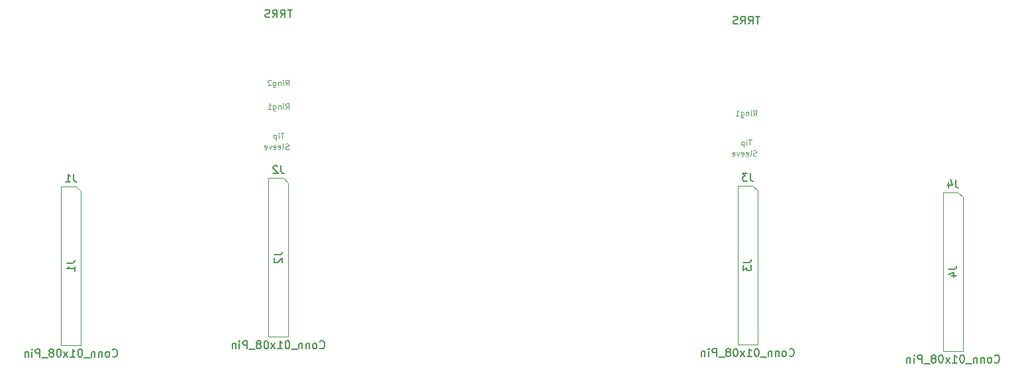
<source format=gbr>
G04 #@! TF.GenerationSoftware,KiCad,Pcbnew,8.0.7-8.0.7-0~ubuntu24.04.1*
G04 #@! TF.CreationDate,2025-01-01T20:03:56-05:00*
G04 #@! TF.ProjectId,promicro_rp2040_pcbholder_wiredver,70726f6d-6963-4726-9f5f-727032303430,rev?*
G04 #@! TF.SameCoordinates,Original*
G04 #@! TF.FileFunction,AssemblyDrawing,Bot*
%FSLAX46Y46*%
G04 Gerber Fmt 4.6, Leading zero omitted, Abs format (unit mm)*
G04 Created by KiCad (PCBNEW 8.0.7-8.0.7-0~ubuntu24.04.1) date 2025-01-01 20:03:56*
%MOMM*%
%LPD*%
G01*
G04 APERTURE LIST*
%ADD10C,0.150000*%
%ADD11C,0.100000*%
G04 APERTURE END LIST*
D10*
X200185834Y-89431069D02*
X200185834Y-90145354D01*
X200185834Y-90145354D02*
X200233453Y-90288211D01*
X200233453Y-90288211D02*
X200328691Y-90383450D01*
X200328691Y-90383450D02*
X200471548Y-90431069D01*
X200471548Y-90431069D02*
X200566786Y-90431069D01*
X199281072Y-89764402D02*
X199281072Y-90431069D01*
X199519167Y-89383450D02*
X199757262Y-90097735D01*
X199757262Y-90097735D02*
X199138215Y-90097735D01*
X205162025Y-112775830D02*
X205209644Y-112823450D01*
X205209644Y-112823450D02*
X205352501Y-112871069D01*
X205352501Y-112871069D02*
X205447739Y-112871069D01*
X205447739Y-112871069D02*
X205590596Y-112823450D01*
X205590596Y-112823450D02*
X205685834Y-112728211D01*
X205685834Y-112728211D02*
X205733453Y-112632973D01*
X205733453Y-112632973D02*
X205781072Y-112442497D01*
X205781072Y-112442497D02*
X205781072Y-112299640D01*
X205781072Y-112299640D02*
X205733453Y-112109164D01*
X205733453Y-112109164D02*
X205685834Y-112013926D01*
X205685834Y-112013926D02*
X205590596Y-111918688D01*
X205590596Y-111918688D02*
X205447739Y-111871069D01*
X205447739Y-111871069D02*
X205352501Y-111871069D01*
X205352501Y-111871069D02*
X205209644Y-111918688D01*
X205209644Y-111918688D02*
X205162025Y-111966307D01*
X204590596Y-112871069D02*
X204685834Y-112823450D01*
X204685834Y-112823450D02*
X204733453Y-112775830D01*
X204733453Y-112775830D02*
X204781072Y-112680592D01*
X204781072Y-112680592D02*
X204781072Y-112394878D01*
X204781072Y-112394878D02*
X204733453Y-112299640D01*
X204733453Y-112299640D02*
X204685834Y-112252021D01*
X204685834Y-112252021D02*
X204590596Y-112204402D01*
X204590596Y-112204402D02*
X204447739Y-112204402D01*
X204447739Y-112204402D02*
X204352501Y-112252021D01*
X204352501Y-112252021D02*
X204304882Y-112299640D01*
X204304882Y-112299640D02*
X204257263Y-112394878D01*
X204257263Y-112394878D02*
X204257263Y-112680592D01*
X204257263Y-112680592D02*
X204304882Y-112775830D01*
X204304882Y-112775830D02*
X204352501Y-112823450D01*
X204352501Y-112823450D02*
X204447739Y-112871069D01*
X204447739Y-112871069D02*
X204590596Y-112871069D01*
X203828691Y-112204402D02*
X203828691Y-112871069D01*
X203828691Y-112299640D02*
X203781072Y-112252021D01*
X203781072Y-112252021D02*
X203685834Y-112204402D01*
X203685834Y-112204402D02*
X203542977Y-112204402D01*
X203542977Y-112204402D02*
X203447739Y-112252021D01*
X203447739Y-112252021D02*
X203400120Y-112347259D01*
X203400120Y-112347259D02*
X203400120Y-112871069D01*
X202923929Y-112204402D02*
X202923929Y-112871069D01*
X202923929Y-112299640D02*
X202876310Y-112252021D01*
X202876310Y-112252021D02*
X202781072Y-112204402D01*
X202781072Y-112204402D02*
X202638215Y-112204402D01*
X202638215Y-112204402D02*
X202542977Y-112252021D01*
X202542977Y-112252021D02*
X202495358Y-112347259D01*
X202495358Y-112347259D02*
X202495358Y-112871069D01*
X202257263Y-112966307D02*
X201495358Y-112966307D01*
X201066786Y-111871069D02*
X200971548Y-111871069D01*
X200971548Y-111871069D02*
X200876310Y-111918688D01*
X200876310Y-111918688D02*
X200828691Y-111966307D01*
X200828691Y-111966307D02*
X200781072Y-112061545D01*
X200781072Y-112061545D02*
X200733453Y-112252021D01*
X200733453Y-112252021D02*
X200733453Y-112490116D01*
X200733453Y-112490116D02*
X200781072Y-112680592D01*
X200781072Y-112680592D02*
X200828691Y-112775830D01*
X200828691Y-112775830D02*
X200876310Y-112823450D01*
X200876310Y-112823450D02*
X200971548Y-112871069D01*
X200971548Y-112871069D02*
X201066786Y-112871069D01*
X201066786Y-112871069D02*
X201162024Y-112823450D01*
X201162024Y-112823450D02*
X201209643Y-112775830D01*
X201209643Y-112775830D02*
X201257262Y-112680592D01*
X201257262Y-112680592D02*
X201304881Y-112490116D01*
X201304881Y-112490116D02*
X201304881Y-112252021D01*
X201304881Y-112252021D02*
X201257262Y-112061545D01*
X201257262Y-112061545D02*
X201209643Y-111966307D01*
X201209643Y-111966307D02*
X201162024Y-111918688D01*
X201162024Y-111918688D02*
X201066786Y-111871069D01*
X199781072Y-112871069D02*
X200352500Y-112871069D01*
X200066786Y-112871069D02*
X200066786Y-111871069D01*
X200066786Y-111871069D02*
X200162024Y-112013926D01*
X200162024Y-112013926D02*
X200257262Y-112109164D01*
X200257262Y-112109164D02*
X200352500Y-112156783D01*
X199447738Y-112871069D02*
X198923929Y-112204402D01*
X199447738Y-112204402D02*
X198923929Y-112871069D01*
X198352500Y-111871069D02*
X198257262Y-111871069D01*
X198257262Y-111871069D02*
X198162024Y-111918688D01*
X198162024Y-111918688D02*
X198114405Y-111966307D01*
X198114405Y-111966307D02*
X198066786Y-112061545D01*
X198066786Y-112061545D02*
X198019167Y-112252021D01*
X198019167Y-112252021D02*
X198019167Y-112490116D01*
X198019167Y-112490116D02*
X198066786Y-112680592D01*
X198066786Y-112680592D02*
X198114405Y-112775830D01*
X198114405Y-112775830D02*
X198162024Y-112823450D01*
X198162024Y-112823450D02*
X198257262Y-112871069D01*
X198257262Y-112871069D02*
X198352500Y-112871069D01*
X198352500Y-112871069D02*
X198447738Y-112823450D01*
X198447738Y-112823450D02*
X198495357Y-112775830D01*
X198495357Y-112775830D02*
X198542976Y-112680592D01*
X198542976Y-112680592D02*
X198590595Y-112490116D01*
X198590595Y-112490116D02*
X198590595Y-112252021D01*
X198590595Y-112252021D02*
X198542976Y-112061545D01*
X198542976Y-112061545D02*
X198495357Y-111966307D01*
X198495357Y-111966307D02*
X198447738Y-111918688D01*
X198447738Y-111918688D02*
X198352500Y-111871069D01*
X197447738Y-112299640D02*
X197542976Y-112252021D01*
X197542976Y-112252021D02*
X197590595Y-112204402D01*
X197590595Y-112204402D02*
X197638214Y-112109164D01*
X197638214Y-112109164D02*
X197638214Y-112061545D01*
X197638214Y-112061545D02*
X197590595Y-111966307D01*
X197590595Y-111966307D02*
X197542976Y-111918688D01*
X197542976Y-111918688D02*
X197447738Y-111871069D01*
X197447738Y-111871069D02*
X197257262Y-111871069D01*
X197257262Y-111871069D02*
X197162024Y-111918688D01*
X197162024Y-111918688D02*
X197114405Y-111966307D01*
X197114405Y-111966307D02*
X197066786Y-112061545D01*
X197066786Y-112061545D02*
X197066786Y-112109164D01*
X197066786Y-112109164D02*
X197114405Y-112204402D01*
X197114405Y-112204402D02*
X197162024Y-112252021D01*
X197162024Y-112252021D02*
X197257262Y-112299640D01*
X197257262Y-112299640D02*
X197447738Y-112299640D01*
X197447738Y-112299640D02*
X197542976Y-112347259D01*
X197542976Y-112347259D02*
X197590595Y-112394878D01*
X197590595Y-112394878D02*
X197638214Y-112490116D01*
X197638214Y-112490116D02*
X197638214Y-112680592D01*
X197638214Y-112680592D02*
X197590595Y-112775830D01*
X197590595Y-112775830D02*
X197542976Y-112823450D01*
X197542976Y-112823450D02*
X197447738Y-112871069D01*
X197447738Y-112871069D02*
X197257262Y-112871069D01*
X197257262Y-112871069D02*
X197162024Y-112823450D01*
X197162024Y-112823450D02*
X197114405Y-112775830D01*
X197114405Y-112775830D02*
X197066786Y-112680592D01*
X197066786Y-112680592D02*
X197066786Y-112490116D01*
X197066786Y-112490116D02*
X197114405Y-112394878D01*
X197114405Y-112394878D02*
X197162024Y-112347259D01*
X197162024Y-112347259D02*
X197257262Y-112299640D01*
X196876310Y-112966307D02*
X196114405Y-112966307D01*
X195876309Y-112871069D02*
X195876309Y-111871069D01*
X195876309Y-111871069D02*
X195495357Y-111871069D01*
X195495357Y-111871069D02*
X195400119Y-111918688D01*
X195400119Y-111918688D02*
X195352500Y-111966307D01*
X195352500Y-111966307D02*
X195304881Y-112061545D01*
X195304881Y-112061545D02*
X195304881Y-112204402D01*
X195304881Y-112204402D02*
X195352500Y-112299640D01*
X195352500Y-112299640D02*
X195400119Y-112347259D01*
X195400119Y-112347259D02*
X195495357Y-112394878D01*
X195495357Y-112394878D02*
X195876309Y-112394878D01*
X194876309Y-112871069D02*
X194876309Y-112204402D01*
X194876309Y-111871069D02*
X194923928Y-111918688D01*
X194923928Y-111918688D02*
X194876309Y-111966307D01*
X194876309Y-111966307D02*
X194828690Y-111918688D01*
X194828690Y-111918688D02*
X194876309Y-111871069D01*
X194876309Y-111871069D02*
X194876309Y-111966307D01*
X194400119Y-112204402D02*
X194400119Y-112871069D01*
X194400119Y-112299640D02*
X194352500Y-112252021D01*
X194352500Y-112252021D02*
X194257262Y-112204402D01*
X194257262Y-112204402D02*
X194114405Y-112204402D01*
X194114405Y-112204402D02*
X194019167Y-112252021D01*
X194019167Y-112252021D02*
X193971548Y-112347259D01*
X193971548Y-112347259D02*
X193971548Y-112871069D01*
X199307320Y-100862916D02*
X200021605Y-100862916D01*
X200021605Y-100862916D02*
X200164462Y-100815297D01*
X200164462Y-100815297D02*
X200259701Y-100720059D01*
X200259701Y-100720059D02*
X200307320Y-100577202D01*
X200307320Y-100577202D02*
X200307320Y-100481964D01*
X199640653Y-101767678D02*
X200307320Y-101767678D01*
X199259701Y-101529583D02*
X199973986Y-101291488D01*
X199973986Y-101291488D02*
X199973986Y-101910535D01*
X173935834Y-88601069D02*
X173935834Y-89315354D01*
X173935834Y-89315354D02*
X173983453Y-89458211D01*
X173983453Y-89458211D02*
X174078691Y-89553450D01*
X174078691Y-89553450D02*
X174221548Y-89601069D01*
X174221548Y-89601069D02*
X174316786Y-89601069D01*
X173554881Y-88601069D02*
X172935834Y-88601069D01*
X172935834Y-88601069D02*
X173269167Y-88982021D01*
X173269167Y-88982021D02*
X173126310Y-88982021D01*
X173126310Y-88982021D02*
X173031072Y-89029640D01*
X173031072Y-89029640D02*
X172983453Y-89077259D01*
X172983453Y-89077259D02*
X172935834Y-89172497D01*
X172935834Y-89172497D02*
X172935834Y-89410592D01*
X172935834Y-89410592D02*
X172983453Y-89505830D01*
X172983453Y-89505830D02*
X173031072Y-89553450D01*
X173031072Y-89553450D02*
X173126310Y-89601069D01*
X173126310Y-89601069D02*
X173412024Y-89601069D01*
X173412024Y-89601069D02*
X173507262Y-89553450D01*
X173507262Y-89553450D02*
X173554881Y-89505830D01*
X178912025Y-111945830D02*
X178959644Y-111993450D01*
X178959644Y-111993450D02*
X179102501Y-112041069D01*
X179102501Y-112041069D02*
X179197739Y-112041069D01*
X179197739Y-112041069D02*
X179340596Y-111993450D01*
X179340596Y-111993450D02*
X179435834Y-111898211D01*
X179435834Y-111898211D02*
X179483453Y-111802973D01*
X179483453Y-111802973D02*
X179531072Y-111612497D01*
X179531072Y-111612497D02*
X179531072Y-111469640D01*
X179531072Y-111469640D02*
X179483453Y-111279164D01*
X179483453Y-111279164D02*
X179435834Y-111183926D01*
X179435834Y-111183926D02*
X179340596Y-111088688D01*
X179340596Y-111088688D02*
X179197739Y-111041069D01*
X179197739Y-111041069D02*
X179102501Y-111041069D01*
X179102501Y-111041069D02*
X178959644Y-111088688D01*
X178959644Y-111088688D02*
X178912025Y-111136307D01*
X178340596Y-112041069D02*
X178435834Y-111993450D01*
X178435834Y-111993450D02*
X178483453Y-111945830D01*
X178483453Y-111945830D02*
X178531072Y-111850592D01*
X178531072Y-111850592D02*
X178531072Y-111564878D01*
X178531072Y-111564878D02*
X178483453Y-111469640D01*
X178483453Y-111469640D02*
X178435834Y-111422021D01*
X178435834Y-111422021D02*
X178340596Y-111374402D01*
X178340596Y-111374402D02*
X178197739Y-111374402D01*
X178197739Y-111374402D02*
X178102501Y-111422021D01*
X178102501Y-111422021D02*
X178054882Y-111469640D01*
X178054882Y-111469640D02*
X178007263Y-111564878D01*
X178007263Y-111564878D02*
X178007263Y-111850592D01*
X178007263Y-111850592D02*
X178054882Y-111945830D01*
X178054882Y-111945830D02*
X178102501Y-111993450D01*
X178102501Y-111993450D02*
X178197739Y-112041069D01*
X178197739Y-112041069D02*
X178340596Y-112041069D01*
X177578691Y-111374402D02*
X177578691Y-112041069D01*
X177578691Y-111469640D02*
X177531072Y-111422021D01*
X177531072Y-111422021D02*
X177435834Y-111374402D01*
X177435834Y-111374402D02*
X177292977Y-111374402D01*
X177292977Y-111374402D02*
X177197739Y-111422021D01*
X177197739Y-111422021D02*
X177150120Y-111517259D01*
X177150120Y-111517259D02*
X177150120Y-112041069D01*
X176673929Y-111374402D02*
X176673929Y-112041069D01*
X176673929Y-111469640D02*
X176626310Y-111422021D01*
X176626310Y-111422021D02*
X176531072Y-111374402D01*
X176531072Y-111374402D02*
X176388215Y-111374402D01*
X176388215Y-111374402D02*
X176292977Y-111422021D01*
X176292977Y-111422021D02*
X176245358Y-111517259D01*
X176245358Y-111517259D02*
X176245358Y-112041069D01*
X176007263Y-112136307D02*
X175245358Y-112136307D01*
X174816786Y-111041069D02*
X174721548Y-111041069D01*
X174721548Y-111041069D02*
X174626310Y-111088688D01*
X174626310Y-111088688D02*
X174578691Y-111136307D01*
X174578691Y-111136307D02*
X174531072Y-111231545D01*
X174531072Y-111231545D02*
X174483453Y-111422021D01*
X174483453Y-111422021D02*
X174483453Y-111660116D01*
X174483453Y-111660116D02*
X174531072Y-111850592D01*
X174531072Y-111850592D02*
X174578691Y-111945830D01*
X174578691Y-111945830D02*
X174626310Y-111993450D01*
X174626310Y-111993450D02*
X174721548Y-112041069D01*
X174721548Y-112041069D02*
X174816786Y-112041069D01*
X174816786Y-112041069D02*
X174912024Y-111993450D01*
X174912024Y-111993450D02*
X174959643Y-111945830D01*
X174959643Y-111945830D02*
X175007262Y-111850592D01*
X175007262Y-111850592D02*
X175054881Y-111660116D01*
X175054881Y-111660116D02*
X175054881Y-111422021D01*
X175054881Y-111422021D02*
X175007262Y-111231545D01*
X175007262Y-111231545D02*
X174959643Y-111136307D01*
X174959643Y-111136307D02*
X174912024Y-111088688D01*
X174912024Y-111088688D02*
X174816786Y-111041069D01*
X173531072Y-112041069D02*
X174102500Y-112041069D01*
X173816786Y-112041069D02*
X173816786Y-111041069D01*
X173816786Y-111041069D02*
X173912024Y-111183926D01*
X173912024Y-111183926D02*
X174007262Y-111279164D01*
X174007262Y-111279164D02*
X174102500Y-111326783D01*
X173197738Y-112041069D02*
X172673929Y-111374402D01*
X173197738Y-111374402D02*
X172673929Y-112041069D01*
X172102500Y-111041069D02*
X172007262Y-111041069D01*
X172007262Y-111041069D02*
X171912024Y-111088688D01*
X171912024Y-111088688D02*
X171864405Y-111136307D01*
X171864405Y-111136307D02*
X171816786Y-111231545D01*
X171816786Y-111231545D02*
X171769167Y-111422021D01*
X171769167Y-111422021D02*
X171769167Y-111660116D01*
X171769167Y-111660116D02*
X171816786Y-111850592D01*
X171816786Y-111850592D02*
X171864405Y-111945830D01*
X171864405Y-111945830D02*
X171912024Y-111993450D01*
X171912024Y-111993450D02*
X172007262Y-112041069D01*
X172007262Y-112041069D02*
X172102500Y-112041069D01*
X172102500Y-112041069D02*
X172197738Y-111993450D01*
X172197738Y-111993450D02*
X172245357Y-111945830D01*
X172245357Y-111945830D02*
X172292976Y-111850592D01*
X172292976Y-111850592D02*
X172340595Y-111660116D01*
X172340595Y-111660116D02*
X172340595Y-111422021D01*
X172340595Y-111422021D02*
X172292976Y-111231545D01*
X172292976Y-111231545D02*
X172245357Y-111136307D01*
X172245357Y-111136307D02*
X172197738Y-111088688D01*
X172197738Y-111088688D02*
X172102500Y-111041069D01*
X171197738Y-111469640D02*
X171292976Y-111422021D01*
X171292976Y-111422021D02*
X171340595Y-111374402D01*
X171340595Y-111374402D02*
X171388214Y-111279164D01*
X171388214Y-111279164D02*
X171388214Y-111231545D01*
X171388214Y-111231545D02*
X171340595Y-111136307D01*
X171340595Y-111136307D02*
X171292976Y-111088688D01*
X171292976Y-111088688D02*
X171197738Y-111041069D01*
X171197738Y-111041069D02*
X171007262Y-111041069D01*
X171007262Y-111041069D02*
X170912024Y-111088688D01*
X170912024Y-111088688D02*
X170864405Y-111136307D01*
X170864405Y-111136307D02*
X170816786Y-111231545D01*
X170816786Y-111231545D02*
X170816786Y-111279164D01*
X170816786Y-111279164D02*
X170864405Y-111374402D01*
X170864405Y-111374402D02*
X170912024Y-111422021D01*
X170912024Y-111422021D02*
X171007262Y-111469640D01*
X171007262Y-111469640D02*
X171197738Y-111469640D01*
X171197738Y-111469640D02*
X171292976Y-111517259D01*
X171292976Y-111517259D02*
X171340595Y-111564878D01*
X171340595Y-111564878D02*
X171388214Y-111660116D01*
X171388214Y-111660116D02*
X171388214Y-111850592D01*
X171388214Y-111850592D02*
X171340595Y-111945830D01*
X171340595Y-111945830D02*
X171292976Y-111993450D01*
X171292976Y-111993450D02*
X171197738Y-112041069D01*
X171197738Y-112041069D02*
X171007262Y-112041069D01*
X171007262Y-112041069D02*
X170912024Y-111993450D01*
X170912024Y-111993450D02*
X170864405Y-111945830D01*
X170864405Y-111945830D02*
X170816786Y-111850592D01*
X170816786Y-111850592D02*
X170816786Y-111660116D01*
X170816786Y-111660116D02*
X170864405Y-111564878D01*
X170864405Y-111564878D02*
X170912024Y-111517259D01*
X170912024Y-111517259D02*
X171007262Y-111469640D01*
X170626310Y-112136307D02*
X169864405Y-112136307D01*
X169626309Y-112041069D02*
X169626309Y-111041069D01*
X169626309Y-111041069D02*
X169245357Y-111041069D01*
X169245357Y-111041069D02*
X169150119Y-111088688D01*
X169150119Y-111088688D02*
X169102500Y-111136307D01*
X169102500Y-111136307D02*
X169054881Y-111231545D01*
X169054881Y-111231545D02*
X169054881Y-111374402D01*
X169054881Y-111374402D02*
X169102500Y-111469640D01*
X169102500Y-111469640D02*
X169150119Y-111517259D01*
X169150119Y-111517259D02*
X169245357Y-111564878D01*
X169245357Y-111564878D02*
X169626309Y-111564878D01*
X168626309Y-112041069D02*
X168626309Y-111374402D01*
X168626309Y-111041069D02*
X168673928Y-111088688D01*
X168673928Y-111088688D02*
X168626309Y-111136307D01*
X168626309Y-111136307D02*
X168578690Y-111088688D01*
X168578690Y-111088688D02*
X168626309Y-111041069D01*
X168626309Y-111041069D02*
X168626309Y-111136307D01*
X168150119Y-111374402D02*
X168150119Y-112041069D01*
X168150119Y-111469640D02*
X168102500Y-111422021D01*
X168102500Y-111422021D02*
X168007262Y-111374402D01*
X168007262Y-111374402D02*
X167864405Y-111374402D01*
X167864405Y-111374402D02*
X167769167Y-111422021D01*
X167769167Y-111422021D02*
X167721548Y-111517259D01*
X167721548Y-111517259D02*
X167721548Y-112041069D01*
X173057320Y-100032916D02*
X173771605Y-100032916D01*
X173771605Y-100032916D02*
X173914462Y-99985297D01*
X173914462Y-99985297D02*
X174009701Y-99890059D01*
X174009701Y-99890059D02*
X174057320Y-99747202D01*
X174057320Y-99747202D02*
X174057320Y-99651964D01*
X173057320Y-100413869D02*
X173057320Y-101032916D01*
X173057320Y-101032916D02*
X173438272Y-100699583D01*
X173438272Y-100699583D02*
X173438272Y-100842440D01*
X173438272Y-100842440D02*
X173485891Y-100937678D01*
X173485891Y-100937678D02*
X173533510Y-100985297D01*
X173533510Y-100985297D02*
X173628748Y-101032916D01*
X173628748Y-101032916D02*
X173866843Y-101032916D01*
X173866843Y-101032916D02*
X173962081Y-100985297D01*
X173962081Y-100985297D02*
X174009701Y-100937678D01*
X174009701Y-100937678D02*
X174057320Y-100842440D01*
X174057320Y-100842440D02*
X174057320Y-100556726D01*
X174057320Y-100556726D02*
X174009701Y-100461488D01*
X174009701Y-100461488D02*
X173962081Y-100413869D01*
X113935834Y-87624819D02*
X113935834Y-88339104D01*
X113935834Y-88339104D02*
X113983453Y-88481961D01*
X113983453Y-88481961D02*
X114078691Y-88577200D01*
X114078691Y-88577200D02*
X114221548Y-88624819D01*
X114221548Y-88624819D02*
X114316786Y-88624819D01*
X113507262Y-87720057D02*
X113459643Y-87672438D01*
X113459643Y-87672438D02*
X113364405Y-87624819D01*
X113364405Y-87624819D02*
X113126310Y-87624819D01*
X113126310Y-87624819D02*
X113031072Y-87672438D01*
X113031072Y-87672438D02*
X112983453Y-87720057D01*
X112983453Y-87720057D02*
X112935834Y-87815295D01*
X112935834Y-87815295D02*
X112935834Y-87910533D01*
X112935834Y-87910533D02*
X112983453Y-88053390D01*
X112983453Y-88053390D02*
X113554881Y-88624819D01*
X113554881Y-88624819D02*
X112935834Y-88624819D01*
X118912025Y-110969580D02*
X118959644Y-111017200D01*
X118959644Y-111017200D02*
X119102501Y-111064819D01*
X119102501Y-111064819D02*
X119197739Y-111064819D01*
X119197739Y-111064819D02*
X119340596Y-111017200D01*
X119340596Y-111017200D02*
X119435834Y-110921961D01*
X119435834Y-110921961D02*
X119483453Y-110826723D01*
X119483453Y-110826723D02*
X119531072Y-110636247D01*
X119531072Y-110636247D02*
X119531072Y-110493390D01*
X119531072Y-110493390D02*
X119483453Y-110302914D01*
X119483453Y-110302914D02*
X119435834Y-110207676D01*
X119435834Y-110207676D02*
X119340596Y-110112438D01*
X119340596Y-110112438D02*
X119197739Y-110064819D01*
X119197739Y-110064819D02*
X119102501Y-110064819D01*
X119102501Y-110064819D02*
X118959644Y-110112438D01*
X118959644Y-110112438D02*
X118912025Y-110160057D01*
X118340596Y-111064819D02*
X118435834Y-111017200D01*
X118435834Y-111017200D02*
X118483453Y-110969580D01*
X118483453Y-110969580D02*
X118531072Y-110874342D01*
X118531072Y-110874342D02*
X118531072Y-110588628D01*
X118531072Y-110588628D02*
X118483453Y-110493390D01*
X118483453Y-110493390D02*
X118435834Y-110445771D01*
X118435834Y-110445771D02*
X118340596Y-110398152D01*
X118340596Y-110398152D02*
X118197739Y-110398152D01*
X118197739Y-110398152D02*
X118102501Y-110445771D01*
X118102501Y-110445771D02*
X118054882Y-110493390D01*
X118054882Y-110493390D02*
X118007263Y-110588628D01*
X118007263Y-110588628D02*
X118007263Y-110874342D01*
X118007263Y-110874342D02*
X118054882Y-110969580D01*
X118054882Y-110969580D02*
X118102501Y-111017200D01*
X118102501Y-111017200D02*
X118197739Y-111064819D01*
X118197739Y-111064819D02*
X118340596Y-111064819D01*
X117578691Y-110398152D02*
X117578691Y-111064819D01*
X117578691Y-110493390D02*
X117531072Y-110445771D01*
X117531072Y-110445771D02*
X117435834Y-110398152D01*
X117435834Y-110398152D02*
X117292977Y-110398152D01*
X117292977Y-110398152D02*
X117197739Y-110445771D01*
X117197739Y-110445771D02*
X117150120Y-110541009D01*
X117150120Y-110541009D02*
X117150120Y-111064819D01*
X116673929Y-110398152D02*
X116673929Y-111064819D01*
X116673929Y-110493390D02*
X116626310Y-110445771D01*
X116626310Y-110445771D02*
X116531072Y-110398152D01*
X116531072Y-110398152D02*
X116388215Y-110398152D01*
X116388215Y-110398152D02*
X116292977Y-110445771D01*
X116292977Y-110445771D02*
X116245358Y-110541009D01*
X116245358Y-110541009D02*
X116245358Y-111064819D01*
X116007263Y-111160057D02*
X115245358Y-111160057D01*
X114816786Y-110064819D02*
X114721548Y-110064819D01*
X114721548Y-110064819D02*
X114626310Y-110112438D01*
X114626310Y-110112438D02*
X114578691Y-110160057D01*
X114578691Y-110160057D02*
X114531072Y-110255295D01*
X114531072Y-110255295D02*
X114483453Y-110445771D01*
X114483453Y-110445771D02*
X114483453Y-110683866D01*
X114483453Y-110683866D02*
X114531072Y-110874342D01*
X114531072Y-110874342D02*
X114578691Y-110969580D01*
X114578691Y-110969580D02*
X114626310Y-111017200D01*
X114626310Y-111017200D02*
X114721548Y-111064819D01*
X114721548Y-111064819D02*
X114816786Y-111064819D01*
X114816786Y-111064819D02*
X114912024Y-111017200D01*
X114912024Y-111017200D02*
X114959643Y-110969580D01*
X114959643Y-110969580D02*
X115007262Y-110874342D01*
X115007262Y-110874342D02*
X115054881Y-110683866D01*
X115054881Y-110683866D02*
X115054881Y-110445771D01*
X115054881Y-110445771D02*
X115007262Y-110255295D01*
X115007262Y-110255295D02*
X114959643Y-110160057D01*
X114959643Y-110160057D02*
X114912024Y-110112438D01*
X114912024Y-110112438D02*
X114816786Y-110064819D01*
X113531072Y-111064819D02*
X114102500Y-111064819D01*
X113816786Y-111064819D02*
X113816786Y-110064819D01*
X113816786Y-110064819D02*
X113912024Y-110207676D01*
X113912024Y-110207676D02*
X114007262Y-110302914D01*
X114007262Y-110302914D02*
X114102500Y-110350533D01*
X113197738Y-111064819D02*
X112673929Y-110398152D01*
X113197738Y-110398152D02*
X112673929Y-111064819D01*
X112102500Y-110064819D02*
X112007262Y-110064819D01*
X112007262Y-110064819D02*
X111912024Y-110112438D01*
X111912024Y-110112438D02*
X111864405Y-110160057D01*
X111864405Y-110160057D02*
X111816786Y-110255295D01*
X111816786Y-110255295D02*
X111769167Y-110445771D01*
X111769167Y-110445771D02*
X111769167Y-110683866D01*
X111769167Y-110683866D02*
X111816786Y-110874342D01*
X111816786Y-110874342D02*
X111864405Y-110969580D01*
X111864405Y-110969580D02*
X111912024Y-111017200D01*
X111912024Y-111017200D02*
X112007262Y-111064819D01*
X112007262Y-111064819D02*
X112102500Y-111064819D01*
X112102500Y-111064819D02*
X112197738Y-111017200D01*
X112197738Y-111017200D02*
X112245357Y-110969580D01*
X112245357Y-110969580D02*
X112292976Y-110874342D01*
X112292976Y-110874342D02*
X112340595Y-110683866D01*
X112340595Y-110683866D02*
X112340595Y-110445771D01*
X112340595Y-110445771D02*
X112292976Y-110255295D01*
X112292976Y-110255295D02*
X112245357Y-110160057D01*
X112245357Y-110160057D02*
X112197738Y-110112438D01*
X112197738Y-110112438D02*
X112102500Y-110064819D01*
X111197738Y-110493390D02*
X111292976Y-110445771D01*
X111292976Y-110445771D02*
X111340595Y-110398152D01*
X111340595Y-110398152D02*
X111388214Y-110302914D01*
X111388214Y-110302914D02*
X111388214Y-110255295D01*
X111388214Y-110255295D02*
X111340595Y-110160057D01*
X111340595Y-110160057D02*
X111292976Y-110112438D01*
X111292976Y-110112438D02*
X111197738Y-110064819D01*
X111197738Y-110064819D02*
X111007262Y-110064819D01*
X111007262Y-110064819D02*
X110912024Y-110112438D01*
X110912024Y-110112438D02*
X110864405Y-110160057D01*
X110864405Y-110160057D02*
X110816786Y-110255295D01*
X110816786Y-110255295D02*
X110816786Y-110302914D01*
X110816786Y-110302914D02*
X110864405Y-110398152D01*
X110864405Y-110398152D02*
X110912024Y-110445771D01*
X110912024Y-110445771D02*
X111007262Y-110493390D01*
X111007262Y-110493390D02*
X111197738Y-110493390D01*
X111197738Y-110493390D02*
X111292976Y-110541009D01*
X111292976Y-110541009D02*
X111340595Y-110588628D01*
X111340595Y-110588628D02*
X111388214Y-110683866D01*
X111388214Y-110683866D02*
X111388214Y-110874342D01*
X111388214Y-110874342D02*
X111340595Y-110969580D01*
X111340595Y-110969580D02*
X111292976Y-111017200D01*
X111292976Y-111017200D02*
X111197738Y-111064819D01*
X111197738Y-111064819D02*
X111007262Y-111064819D01*
X111007262Y-111064819D02*
X110912024Y-111017200D01*
X110912024Y-111017200D02*
X110864405Y-110969580D01*
X110864405Y-110969580D02*
X110816786Y-110874342D01*
X110816786Y-110874342D02*
X110816786Y-110683866D01*
X110816786Y-110683866D02*
X110864405Y-110588628D01*
X110864405Y-110588628D02*
X110912024Y-110541009D01*
X110912024Y-110541009D02*
X111007262Y-110493390D01*
X110626310Y-111160057D02*
X109864405Y-111160057D01*
X109626309Y-111064819D02*
X109626309Y-110064819D01*
X109626309Y-110064819D02*
X109245357Y-110064819D01*
X109245357Y-110064819D02*
X109150119Y-110112438D01*
X109150119Y-110112438D02*
X109102500Y-110160057D01*
X109102500Y-110160057D02*
X109054881Y-110255295D01*
X109054881Y-110255295D02*
X109054881Y-110398152D01*
X109054881Y-110398152D02*
X109102500Y-110493390D01*
X109102500Y-110493390D02*
X109150119Y-110541009D01*
X109150119Y-110541009D02*
X109245357Y-110588628D01*
X109245357Y-110588628D02*
X109626309Y-110588628D01*
X108626309Y-111064819D02*
X108626309Y-110398152D01*
X108626309Y-110064819D02*
X108673928Y-110112438D01*
X108673928Y-110112438D02*
X108626309Y-110160057D01*
X108626309Y-110160057D02*
X108578690Y-110112438D01*
X108578690Y-110112438D02*
X108626309Y-110064819D01*
X108626309Y-110064819D02*
X108626309Y-110160057D01*
X108150119Y-110398152D02*
X108150119Y-111064819D01*
X108150119Y-110493390D02*
X108102500Y-110445771D01*
X108102500Y-110445771D02*
X108007262Y-110398152D01*
X108007262Y-110398152D02*
X107864405Y-110398152D01*
X107864405Y-110398152D02*
X107769167Y-110445771D01*
X107769167Y-110445771D02*
X107721548Y-110541009D01*
X107721548Y-110541009D02*
X107721548Y-111064819D01*
X113057320Y-99056666D02*
X113771605Y-99056666D01*
X113771605Y-99056666D02*
X113914462Y-99009047D01*
X113914462Y-99009047D02*
X114009701Y-98913809D01*
X114009701Y-98913809D02*
X114057320Y-98770952D01*
X114057320Y-98770952D02*
X114057320Y-98675714D01*
X113152558Y-99485238D02*
X113104939Y-99532857D01*
X113104939Y-99532857D02*
X113057320Y-99628095D01*
X113057320Y-99628095D02*
X113057320Y-99866190D01*
X113057320Y-99866190D02*
X113104939Y-99961428D01*
X113104939Y-99961428D02*
X113152558Y-100009047D01*
X113152558Y-100009047D02*
X113247796Y-100056666D01*
X113247796Y-100056666D02*
X113343034Y-100056666D01*
X113343034Y-100056666D02*
X113485891Y-100009047D01*
X113485891Y-100009047D02*
X114057320Y-99437619D01*
X114057320Y-99437619D02*
X114057320Y-100056666D01*
X87435834Y-88681069D02*
X87435834Y-89395354D01*
X87435834Y-89395354D02*
X87483453Y-89538211D01*
X87483453Y-89538211D02*
X87578691Y-89633450D01*
X87578691Y-89633450D02*
X87721548Y-89681069D01*
X87721548Y-89681069D02*
X87816786Y-89681069D01*
X86435834Y-89681069D02*
X87007262Y-89681069D01*
X86721548Y-89681069D02*
X86721548Y-88681069D01*
X86721548Y-88681069D02*
X86816786Y-88823926D01*
X86816786Y-88823926D02*
X86912024Y-88919164D01*
X86912024Y-88919164D02*
X87007262Y-88966783D01*
X92412025Y-112025830D02*
X92459644Y-112073450D01*
X92459644Y-112073450D02*
X92602501Y-112121069D01*
X92602501Y-112121069D02*
X92697739Y-112121069D01*
X92697739Y-112121069D02*
X92840596Y-112073450D01*
X92840596Y-112073450D02*
X92935834Y-111978211D01*
X92935834Y-111978211D02*
X92983453Y-111882973D01*
X92983453Y-111882973D02*
X93031072Y-111692497D01*
X93031072Y-111692497D02*
X93031072Y-111549640D01*
X93031072Y-111549640D02*
X92983453Y-111359164D01*
X92983453Y-111359164D02*
X92935834Y-111263926D01*
X92935834Y-111263926D02*
X92840596Y-111168688D01*
X92840596Y-111168688D02*
X92697739Y-111121069D01*
X92697739Y-111121069D02*
X92602501Y-111121069D01*
X92602501Y-111121069D02*
X92459644Y-111168688D01*
X92459644Y-111168688D02*
X92412025Y-111216307D01*
X91840596Y-112121069D02*
X91935834Y-112073450D01*
X91935834Y-112073450D02*
X91983453Y-112025830D01*
X91983453Y-112025830D02*
X92031072Y-111930592D01*
X92031072Y-111930592D02*
X92031072Y-111644878D01*
X92031072Y-111644878D02*
X91983453Y-111549640D01*
X91983453Y-111549640D02*
X91935834Y-111502021D01*
X91935834Y-111502021D02*
X91840596Y-111454402D01*
X91840596Y-111454402D02*
X91697739Y-111454402D01*
X91697739Y-111454402D02*
X91602501Y-111502021D01*
X91602501Y-111502021D02*
X91554882Y-111549640D01*
X91554882Y-111549640D02*
X91507263Y-111644878D01*
X91507263Y-111644878D02*
X91507263Y-111930592D01*
X91507263Y-111930592D02*
X91554882Y-112025830D01*
X91554882Y-112025830D02*
X91602501Y-112073450D01*
X91602501Y-112073450D02*
X91697739Y-112121069D01*
X91697739Y-112121069D02*
X91840596Y-112121069D01*
X91078691Y-111454402D02*
X91078691Y-112121069D01*
X91078691Y-111549640D02*
X91031072Y-111502021D01*
X91031072Y-111502021D02*
X90935834Y-111454402D01*
X90935834Y-111454402D02*
X90792977Y-111454402D01*
X90792977Y-111454402D02*
X90697739Y-111502021D01*
X90697739Y-111502021D02*
X90650120Y-111597259D01*
X90650120Y-111597259D02*
X90650120Y-112121069D01*
X90173929Y-111454402D02*
X90173929Y-112121069D01*
X90173929Y-111549640D02*
X90126310Y-111502021D01*
X90126310Y-111502021D02*
X90031072Y-111454402D01*
X90031072Y-111454402D02*
X89888215Y-111454402D01*
X89888215Y-111454402D02*
X89792977Y-111502021D01*
X89792977Y-111502021D02*
X89745358Y-111597259D01*
X89745358Y-111597259D02*
X89745358Y-112121069D01*
X89507263Y-112216307D02*
X88745358Y-112216307D01*
X88316786Y-111121069D02*
X88221548Y-111121069D01*
X88221548Y-111121069D02*
X88126310Y-111168688D01*
X88126310Y-111168688D02*
X88078691Y-111216307D01*
X88078691Y-111216307D02*
X88031072Y-111311545D01*
X88031072Y-111311545D02*
X87983453Y-111502021D01*
X87983453Y-111502021D02*
X87983453Y-111740116D01*
X87983453Y-111740116D02*
X88031072Y-111930592D01*
X88031072Y-111930592D02*
X88078691Y-112025830D01*
X88078691Y-112025830D02*
X88126310Y-112073450D01*
X88126310Y-112073450D02*
X88221548Y-112121069D01*
X88221548Y-112121069D02*
X88316786Y-112121069D01*
X88316786Y-112121069D02*
X88412024Y-112073450D01*
X88412024Y-112073450D02*
X88459643Y-112025830D01*
X88459643Y-112025830D02*
X88507262Y-111930592D01*
X88507262Y-111930592D02*
X88554881Y-111740116D01*
X88554881Y-111740116D02*
X88554881Y-111502021D01*
X88554881Y-111502021D02*
X88507262Y-111311545D01*
X88507262Y-111311545D02*
X88459643Y-111216307D01*
X88459643Y-111216307D02*
X88412024Y-111168688D01*
X88412024Y-111168688D02*
X88316786Y-111121069D01*
X87031072Y-112121069D02*
X87602500Y-112121069D01*
X87316786Y-112121069D02*
X87316786Y-111121069D01*
X87316786Y-111121069D02*
X87412024Y-111263926D01*
X87412024Y-111263926D02*
X87507262Y-111359164D01*
X87507262Y-111359164D02*
X87602500Y-111406783D01*
X86697738Y-112121069D02*
X86173929Y-111454402D01*
X86697738Y-111454402D02*
X86173929Y-112121069D01*
X85602500Y-111121069D02*
X85507262Y-111121069D01*
X85507262Y-111121069D02*
X85412024Y-111168688D01*
X85412024Y-111168688D02*
X85364405Y-111216307D01*
X85364405Y-111216307D02*
X85316786Y-111311545D01*
X85316786Y-111311545D02*
X85269167Y-111502021D01*
X85269167Y-111502021D02*
X85269167Y-111740116D01*
X85269167Y-111740116D02*
X85316786Y-111930592D01*
X85316786Y-111930592D02*
X85364405Y-112025830D01*
X85364405Y-112025830D02*
X85412024Y-112073450D01*
X85412024Y-112073450D02*
X85507262Y-112121069D01*
X85507262Y-112121069D02*
X85602500Y-112121069D01*
X85602500Y-112121069D02*
X85697738Y-112073450D01*
X85697738Y-112073450D02*
X85745357Y-112025830D01*
X85745357Y-112025830D02*
X85792976Y-111930592D01*
X85792976Y-111930592D02*
X85840595Y-111740116D01*
X85840595Y-111740116D02*
X85840595Y-111502021D01*
X85840595Y-111502021D02*
X85792976Y-111311545D01*
X85792976Y-111311545D02*
X85745357Y-111216307D01*
X85745357Y-111216307D02*
X85697738Y-111168688D01*
X85697738Y-111168688D02*
X85602500Y-111121069D01*
X84697738Y-111549640D02*
X84792976Y-111502021D01*
X84792976Y-111502021D02*
X84840595Y-111454402D01*
X84840595Y-111454402D02*
X84888214Y-111359164D01*
X84888214Y-111359164D02*
X84888214Y-111311545D01*
X84888214Y-111311545D02*
X84840595Y-111216307D01*
X84840595Y-111216307D02*
X84792976Y-111168688D01*
X84792976Y-111168688D02*
X84697738Y-111121069D01*
X84697738Y-111121069D02*
X84507262Y-111121069D01*
X84507262Y-111121069D02*
X84412024Y-111168688D01*
X84412024Y-111168688D02*
X84364405Y-111216307D01*
X84364405Y-111216307D02*
X84316786Y-111311545D01*
X84316786Y-111311545D02*
X84316786Y-111359164D01*
X84316786Y-111359164D02*
X84364405Y-111454402D01*
X84364405Y-111454402D02*
X84412024Y-111502021D01*
X84412024Y-111502021D02*
X84507262Y-111549640D01*
X84507262Y-111549640D02*
X84697738Y-111549640D01*
X84697738Y-111549640D02*
X84792976Y-111597259D01*
X84792976Y-111597259D02*
X84840595Y-111644878D01*
X84840595Y-111644878D02*
X84888214Y-111740116D01*
X84888214Y-111740116D02*
X84888214Y-111930592D01*
X84888214Y-111930592D02*
X84840595Y-112025830D01*
X84840595Y-112025830D02*
X84792976Y-112073450D01*
X84792976Y-112073450D02*
X84697738Y-112121069D01*
X84697738Y-112121069D02*
X84507262Y-112121069D01*
X84507262Y-112121069D02*
X84412024Y-112073450D01*
X84412024Y-112073450D02*
X84364405Y-112025830D01*
X84364405Y-112025830D02*
X84316786Y-111930592D01*
X84316786Y-111930592D02*
X84316786Y-111740116D01*
X84316786Y-111740116D02*
X84364405Y-111644878D01*
X84364405Y-111644878D02*
X84412024Y-111597259D01*
X84412024Y-111597259D02*
X84507262Y-111549640D01*
X84126310Y-112216307D02*
X83364405Y-112216307D01*
X83126309Y-112121069D02*
X83126309Y-111121069D01*
X83126309Y-111121069D02*
X82745357Y-111121069D01*
X82745357Y-111121069D02*
X82650119Y-111168688D01*
X82650119Y-111168688D02*
X82602500Y-111216307D01*
X82602500Y-111216307D02*
X82554881Y-111311545D01*
X82554881Y-111311545D02*
X82554881Y-111454402D01*
X82554881Y-111454402D02*
X82602500Y-111549640D01*
X82602500Y-111549640D02*
X82650119Y-111597259D01*
X82650119Y-111597259D02*
X82745357Y-111644878D01*
X82745357Y-111644878D02*
X83126309Y-111644878D01*
X82126309Y-112121069D02*
X82126309Y-111454402D01*
X82126309Y-111121069D02*
X82173928Y-111168688D01*
X82173928Y-111168688D02*
X82126309Y-111216307D01*
X82126309Y-111216307D02*
X82078690Y-111168688D01*
X82078690Y-111168688D02*
X82126309Y-111121069D01*
X82126309Y-111121069D02*
X82126309Y-111216307D01*
X81650119Y-111454402D02*
X81650119Y-112121069D01*
X81650119Y-111549640D02*
X81602500Y-111502021D01*
X81602500Y-111502021D02*
X81507262Y-111454402D01*
X81507262Y-111454402D02*
X81364405Y-111454402D01*
X81364405Y-111454402D02*
X81269167Y-111502021D01*
X81269167Y-111502021D02*
X81221548Y-111597259D01*
X81221548Y-111597259D02*
X81221548Y-112121069D01*
X86557320Y-100112916D02*
X87271605Y-100112916D01*
X87271605Y-100112916D02*
X87414462Y-100065297D01*
X87414462Y-100065297D02*
X87509701Y-99970059D01*
X87509701Y-99970059D02*
X87557320Y-99827202D01*
X87557320Y-99827202D02*
X87557320Y-99731964D01*
X87557320Y-101112916D02*
X87557320Y-100541488D01*
X87557320Y-100827202D02*
X86557320Y-100827202D01*
X86557320Y-100827202D02*
X86700177Y-100731964D01*
X86700177Y-100731964D02*
X86795415Y-100636726D01*
X86795415Y-100636726D02*
X86843034Y-100541488D01*
X175164405Y-68511069D02*
X174592977Y-68511069D01*
X174878691Y-69511069D02*
X174878691Y-68511069D01*
X173688215Y-69511069D02*
X174021548Y-69034878D01*
X174259643Y-69511069D02*
X174259643Y-68511069D01*
X174259643Y-68511069D02*
X173878691Y-68511069D01*
X173878691Y-68511069D02*
X173783453Y-68558688D01*
X173783453Y-68558688D02*
X173735834Y-68606307D01*
X173735834Y-68606307D02*
X173688215Y-68701545D01*
X173688215Y-68701545D02*
X173688215Y-68844402D01*
X173688215Y-68844402D02*
X173735834Y-68939640D01*
X173735834Y-68939640D02*
X173783453Y-68987259D01*
X173783453Y-68987259D02*
X173878691Y-69034878D01*
X173878691Y-69034878D02*
X174259643Y-69034878D01*
X172688215Y-69511069D02*
X173021548Y-69034878D01*
X173259643Y-69511069D02*
X173259643Y-68511069D01*
X173259643Y-68511069D02*
X172878691Y-68511069D01*
X172878691Y-68511069D02*
X172783453Y-68558688D01*
X172783453Y-68558688D02*
X172735834Y-68606307D01*
X172735834Y-68606307D02*
X172688215Y-68701545D01*
X172688215Y-68701545D02*
X172688215Y-68844402D01*
X172688215Y-68844402D02*
X172735834Y-68939640D01*
X172735834Y-68939640D02*
X172783453Y-68987259D01*
X172783453Y-68987259D02*
X172878691Y-69034878D01*
X172878691Y-69034878D02*
X173259643Y-69034878D01*
X172307262Y-69463450D02*
X172164405Y-69511069D01*
X172164405Y-69511069D02*
X171926310Y-69511069D01*
X171926310Y-69511069D02*
X171831072Y-69463450D01*
X171831072Y-69463450D02*
X171783453Y-69415830D01*
X171783453Y-69415830D02*
X171735834Y-69320592D01*
X171735834Y-69320592D02*
X171735834Y-69225354D01*
X171735834Y-69225354D02*
X171783453Y-69130116D01*
X171783453Y-69130116D02*
X171831072Y-69082497D01*
X171831072Y-69082497D02*
X171926310Y-69034878D01*
X171926310Y-69034878D02*
X172116786Y-68987259D01*
X172116786Y-68987259D02*
X172212024Y-68939640D01*
X172212024Y-68939640D02*
X172259643Y-68892021D01*
X172259643Y-68892021D02*
X172307262Y-68796783D01*
X172307262Y-68796783D02*
X172307262Y-68701545D01*
X172307262Y-68701545D02*
X172259643Y-68606307D01*
X172259643Y-68606307D02*
X172212024Y-68558688D01*
X172212024Y-68558688D02*
X172116786Y-68511069D01*
X172116786Y-68511069D02*
X171878691Y-68511069D01*
X171878691Y-68511069D02*
X171735834Y-68558688D01*
D11*
X174319167Y-81224883D02*
X174552500Y-80891550D01*
X174719167Y-81224883D02*
X174719167Y-80524883D01*
X174719167Y-80524883D02*
X174452500Y-80524883D01*
X174452500Y-80524883D02*
X174385834Y-80558216D01*
X174385834Y-80558216D02*
X174352500Y-80591550D01*
X174352500Y-80591550D02*
X174319167Y-80658216D01*
X174319167Y-80658216D02*
X174319167Y-80758216D01*
X174319167Y-80758216D02*
X174352500Y-80824883D01*
X174352500Y-80824883D02*
X174385834Y-80858216D01*
X174385834Y-80858216D02*
X174452500Y-80891550D01*
X174452500Y-80891550D02*
X174719167Y-80891550D01*
X174019167Y-81224883D02*
X174019167Y-80758216D01*
X174019167Y-80524883D02*
X174052500Y-80558216D01*
X174052500Y-80558216D02*
X174019167Y-80591550D01*
X174019167Y-80591550D02*
X173985834Y-80558216D01*
X173985834Y-80558216D02*
X174019167Y-80524883D01*
X174019167Y-80524883D02*
X174019167Y-80591550D01*
X173685834Y-80758216D02*
X173685834Y-81224883D01*
X173685834Y-80824883D02*
X173652501Y-80791550D01*
X173652501Y-80791550D02*
X173585834Y-80758216D01*
X173585834Y-80758216D02*
X173485834Y-80758216D01*
X173485834Y-80758216D02*
X173419167Y-80791550D01*
X173419167Y-80791550D02*
X173385834Y-80858216D01*
X173385834Y-80858216D02*
X173385834Y-81224883D01*
X172752501Y-80758216D02*
X172752501Y-81324883D01*
X172752501Y-81324883D02*
X172785834Y-81391550D01*
X172785834Y-81391550D02*
X172819168Y-81424883D01*
X172819168Y-81424883D02*
X172885834Y-81458216D01*
X172885834Y-81458216D02*
X172985834Y-81458216D01*
X172985834Y-81458216D02*
X173052501Y-81424883D01*
X172752501Y-81191550D02*
X172819168Y-81224883D01*
X172819168Y-81224883D02*
X172952501Y-81224883D01*
X172952501Y-81224883D02*
X173019168Y-81191550D01*
X173019168Y-81191550D02*
X173052501Y-81158216D01*
X173052501Y-81158216D02*
X173085834Y-81091550D01*
X173085834Y-81091550D02*
X173085834Y-80891550D01*
X173085834Y-80891550D02*
X173052501Y-80824883D01*
X173052501Y-80824883D02*
X173019168Y-80791550D01*
X173019168Y-80791550D02*
X172952501Y-80758216D01*
X172952501Y-80758216D02*
X172819168Y-80758216D01*
X172819168Y-80758216D02*
X172752501Y-80791550D01*
X172052501Y-81224883D02*
X172452501Y-81224883D01*
X172252501Y-81224883D02*
X172252501Y-80524883D01*
X172252501Y-80524883D02*
X172319168Y-80624883D01*
X172319168Y-80624883D02*
X172385835Y-80691550D01*
X172385835Y-80691550D02*
X172452501Y-80724883D01*
X174702500Y-86341550D02*
X174602500Y-86374883D01*
X174602500Y-86374883D02*
X174435834Y-86374883D01*
X174435834Y-86374883D02*
X174369167Y-86341550D01*
X174369167Y-86341550D02*
X174335834Y-86308216D01*
X174335834Y-86308216D02*
X174302500Y-86241550D01*
X174302500Y-86241550D02*
X174302500Y-86174883D01*
X174302500Y-86174883D02*
X174335834Y-86108216D01*
X174335834Y-86108216D02*
X174369167Y-86074883D01*
X174369167Y-86074883D02*
X174435834Y-86041550D01*
X174435834Y-86041550D02*
X174569167Y-86008216D01*
X174569167Y-86008216D02*
X174635834Y-85974883D01*
X174635834Y-85974883D02*
X174669167Y-85941550D01*
X174669167Y-85941550D02*
X174702500Y-85874883D01*
X174702500Y-85874883D02*
X174702500Y-85808216D01*
X174702500Y-85808216D02*
X174669167Y-85741550D01*
X174669167Y-85741550D02*
X174635834Y-85708216D01*
X174635834Y-85708216D02*
X174569167Y-85674883D01*
X174569167Y-85674883D02*
X174402500Y-85674883D01*
X174402500Y-85674883D02*
X174302500Y-85708216D01*
X173902500Y-86374883D02*
X173969167Y-86341550D01*
X173969167Y-86341550D02*
X174002500Y-86274883D01*
X174002500Y-86274883D02*
X174002500Y-85674883D01*
X173369166Y-86341550D02*
X173435833Y-86374883D01*
X173435833Y-86374883D02*
X173569166Y-86374883D01*
X173569166Y-86374883D02*
X173635833Y-86341550D01*
X173635833Y-86341550D02*
X173669166Y-86274883D01*
X173669166Y-86274883D02*
X173669166Y-86008216D01*
X173669166Y-86008216D02*
X173635833Y-85941550D01*
X173635833Y-85941550D02*
X173569166Y-85908216D01*
X173569166Y-85908216D02*
X173435833Y-85908216D01*
X173435833Y-85908216D02*
X173369166Y-85941550D01*
X173369166Y-85941550D02*
X173335833Y-86008216D01*
X173335833Y-86008216D02*
X173335833Y-86074883D01*
X173335833Y-86074883D02*
X173669166Y-86141550D01*
X172769166Y-86341550D02*
X172835833Y-86374883D01*
X172835833Y-86374883D02*
X172969166Y-86374883D01*
X172969166Y-86374883D02*
X173035833Y-86341550D01*
X173035833Y-86341550D02*
X173069166Y-86274883D01*
X173069166Y-86274883D02*
X173069166Y-86008216D01*
X173069166Y-86008216D02*
X173035833Y-85941550D01*
X173035833Y-85941550D02*
X172969166Y-85908216D01*
X172969166Y-85908216D02*
X172835833Y-85908216D01*
X172835833Y-85908216D02*
X172769166Y-85941550D01*
X172769166Y-85941550D02*
X172735833Y-86008216D01*
X172735833Y-86008216D02*
X172735833Y-86074883D01*
X172735833Y-86074883D02*
X173069166Y-86141550D01*
X172502500Y-85908216D02*
X172335833Y-86374883D01*
X172335833Y-86374883D02*
X172169166Y-85908216D01*
X171635833Y-86341550D02*
X171702500Y-86374883D01*
X171702500Y-86374883D02*
X171835833Y-86374883D01*
X171835833Y-86374883D02*
X171902500Y-86341550D01*
X171902500Y-86341550D02*
X171935833Y-86274883D01*
X171935833Y-86274883D02*
X171935833Y-86008216D01*
X171935833Y-86008216D02*
X171902500Y-85941550D01*
X171902500Y-85941550D02*
X171835833Y-85908216D01*
X171835833Y-85908216D02*
X171702500Y-85908216D01*
X171702500Y-85908216D02*
X171635833Y-85941550D01*
X171635833Y-85941550D02*
X171602500Y-86008216D01*
X171602500Y-86008216D02*
X171602500Y-86074883D01*
X171602500Y-86074883D02*
X171935833Y-86141550D01*
X174085833Y-84274883D02*
X173685833Y-84274883D01*
X173885833Y-84974883D02*
X173885833Y-84274883D01*
X173452500Y-84974883D02*
X173452500Y-84508216D01*
X173452500Y-84274883D02*
X173485833Y-84308216D01*
X173485833Y-84308216D02*
X173452500Y-84341550D01*
X173452500Y-84341550D02*
X173419167Y-84308216D01*
X173419167Y-84308216D02*
X173452500Y-84274883D01*
X173452500Y-84274883D02*
X173452500Y-84341550D01*
X173119167Y-84508216D02*
X173119167Y-85208216D01*
X173119167Y-84541550D02*
X173052500Y-84508216D01*
X173052500Y-84508216D02*
X172919167Y-84508216D01*
X172919167Y-84508216D02*
X172852500Y-84541550D01*
X172852500Y-84541550D02*
X172819167Y-84574883D01*
X172819167Y-84574883D02*
X172785834Y-84641550D01*
X172785834Y-84641550D02*
X172785834Y-84841550D01*
X172785834Y-84841550D02*
X172819167Y-84908216D01*
X172819167Y-84908216D02*
X172852500Y-84941550D01*
X172852500Y-84941550D02*
X172919167Y-84974883D01*
X172919167Y-84974883D02*
X173052500Y-84974883D01*
X173052500Y-84974883D02*
X173119167Y-84941550D01*
D10*
X115364405Y-67661069D02*
X114792977Y-67661069D01*
X115078691Y-68661069D02*
X115078691Y-67661069D01*
X113888215Y-68661069D02*
X114221548Y-68184878D01*
X114459643Y-68661069D02*
X114459643Y-67661069D01*
X114459643Y-67661069D02*
X114078691Y-67661069D01*
X114078691Y-67661069D02*
X113983453Y-67708688D01*
X113983453Y-67708688D02*
X113935834Y-67756307D01*
X113935834Y-67756307D02*
X113888215Y-67851545D01*
X113888215Y-67851545D02*
X113888215Y-67994402D01*
X113888215Y-67994402D02*
X113935834Y-68089640D01*
X113935834Y-68089640D02*
X113983453Y-68137259D01*
X113983453Y-68137259D02*
X114078691Y-68184878D01*
X114078691Y-68184878D02*
X114459643Y-68184878D01*
X112888215Y-68661069D02*
X113221548Y-68184878D01*
X113459643Y-68661069D02*
X113459643Y-67661069D01*
X113459643Y-67661069D02*
X113078691Y-67661069D01*
X113078691Y-67661069D02*
X112983453Y-67708688D01*
X112983453Y-67708688D02*
X112935834Y-67756307D01*
X112935834Y-67756307D02*
X112888215Y-67851545D01*
X112888215Y-67851545D02*
X112888215Y-67994402D01*
X112888215Y-67994402D02*
X112935834Y-68089640D01*
X112935834Y-68089640D02*
X112983453Y-68137259D01*
X112983453Y-68137259D02*
X113078691Y-68184878D01*
X113078691Y-68184878D02*
X113459643Y-68184878D01*
X112507262Y-68613450D02*
X112364405Y-68661069D01*
X112364405Y-68661069D02*
X112126310Y-68661069D01*
X112126310Y-68661069D02*
X112031072Y-68613450D01*
X112031072Y-68613450D02*
X111983453Y-68565830D01*
X111983453Y-68565830D02*
X111935834Y-68470592D01*
X111935834Y-68470592D02*
X111935834Y-68375354D01*
X111935834Y-68375354D02*
X111983453Y-68280116D01*
X111983453Y-68280116D02*
X112031072Y-68232497D01*
X112031072Y-68232497D02*
X112126310Y-68184878D01*
X112126310Y-68184878D02*
X112316786Y-68137259D01*
X112316786Y-68137259D02*
X112412024Y-68089640D01*
X112412024Y-68089640D02*
X112459643Y-68042021D01*
X112459643Y-68042021D02*
X112507262Y-67946783D01*
X112507262Y-67946783D02*
X112507262Y-67851545D01*
X112507262Y-67851545D02*
X112459643Y-67756307D01*
X112459643Y-67756307D02*
X112412024Y-67708688D01*
X112412024Y-67708688D02*
X112316786Y-67661069D01*
X112316786Y-67661069D02*
X112078691Y-67661069D01*
X112078691Y-67661069D02*
X111935834Y-67708688D01*
D11*
X114902500Y-85491550D02*
X114802500Y-85524883D01*
X114802500Y-85524883D02*
X114635834Y-85524883D01*
X114635834Y-85524883D02*
X114569167Y-85491550D01*
X114569167Y-85491550D02*
X114535834Y-85458216D01*
X114535834Y-85458216D02*
X114502500Y-85391550D01*
X114502500Y-85391550D02*
X114502500Y-85324883D01*
X114502500Y-85324883D02*
X114535834Y-85258216D01*
X114535834Y-85258216D02*
X114569167Y-85224883D01*
X114569167Y-85224883D02*
X114635834Y-85191550D01*
X114635834Y-85191550D02*
X114769167Y-85158216D01*
X114769167Y-85158216D02*
X114835834Y-85124883D01*
X114835834Y-85124883D02*
X114869167Y-85091550D01*
X114869167Y-85091550D02*
X114902500Y-85024883D01*
X114902500Y-85024883D02*
X114902500Y-84958216D01*
X114902500Y-84958216D02*
X114869167Y-84891550D01*
X114869167Y-84891550D02*
X114835834Y-84858216D01*
X114835834Y-84858216D02*
X114769167Y-84824883D01*
X114769167Y-84824883D02*
X114602500Y-84824883D01*
X114602500Y-84824883D02*
X114502500Y-84858216D01*
X114102500Y-85524883D02*
X114169167Y-85491550D01*
X114169167Y-85491550D02*
X114202500Y-85424883D01*
X114202500Y-85424883D02*
X114202500Y-84824883D01*
X113569166Y-85491550D02*
X113635833Y-85524883D01*
X113635833Y-85524883D02*
X113769166Y-85524883D01*
X113769166Y-85524883D02*
X113835833Y-85491550D01*
X113835833Y-85491550D02*
X113869166Y-85424883D01*
X113869166Y-85424883D02*
X113869166Y-85158216D01*
X113869166Y-85158216D02*
X113835833Y-85091550D01*
X113835833Y-85091550D02*
X113769166Y-85058216D01*
X113769166Y-85058216D02*
X113635833Y-85058216D01*
X113635833Y-85058216D02*
X113569166Y-85091550D01*
X113569166Y-85091550D02*
X113535833Y-85158216D01*
X113535833Y-85158216D02*
X113535833Y-85224883D01*
X113535833Y-85224883D02*
X113869166Y-85291550D01*
X112969166Y-85491550D02*
X113035833Y-85524883D01*
X113035833Y-85524883D02*
X113169166Y-85524883D01*
X113169166Y-85524883D02*
X113235833Y-85491550D01*
X113235833Y-85491550D02*
X113269166Y-85424883D01*
X113269166Y-85424883D02*
X113269166Y-85158216D01*
X113269166Y-85158216D02*
X113235833Y-85091550D01*
X113235833Y-85091550D02*
X113169166Y-85058216D01*
X113169166Y-85058216D02*
X113035833Y-85058216D01*
X113035833Y-85058216D02*
X112969166Y-85091550D01*
X112969166Y-85091550D02*
X112935833Y-85158216D01*
X112935833Y-85158216D02*
X112935833Y-85224883D01*
X112935833Y-85224883D02*
X113269166Y-85291550D01*
X112702500Y-85058216D02*
X112535833Y-85524883D01*
X112535833Y-85524883D02*
X112369166Y-85058216D01*
X111835833Y-85491550D02*
X111902500Y-85524883D01*
X111902500Y-85524883D02*
X112035833Y-85524883D01*
X112035833Y-85524883D02*
X112102500Y-85491550D01*
X112102500Y-85491550D02*
X112135833Y-85424883D01*
X112135833Y-85424883D02*
X112135833Y-85158216D01*
X112135833Y-85158216D02*
X112102500Y-85091550D01*
X112102500Y-85091550D02*
X112035833Y-85058216D01*
X112035833Y-85058216D02*
X111902500Y-85058216D01*
X111902500Y-85058216D02*
X111835833Y-85091550D01*
X111835833Y-85091550D02*
X111802500Y-85158216D01*
X111802500Y-85158216D02*
X111802500Y-85224883D01*
X111802500Y-85224883D02*
X112135833Y-85291550D01*
X114519167Y-77374883D02*
X114752500Y-77041550D01*
X114919167Y-77374883D02*
X114919167Y-76674883D01*
X114919167Y-76674883D02*
X114652500Y-76674883D01*
X114652500Y-76674883D02*
X114585834Y-76708216D01*
X114585834Y-76708216D02*
X114552500Y-76741550D01*
X114552500Y-76741550D02*
X114519167Y-76808216D01*
X114519167Y-76808216D02*
X114519167Y-76908216D01*
X114519167Y-76908216D02*
X114552500Y-76974883D01*
X114552500Y-76974883D02*
X114585834Y-77008216D01*
X114585834Y-77008216D02*
X114652500Y-77041550D01*
X114652500Y-77041550D02*
X114919167Y-77041550D01*
X114219167Y-77374883D02*
X114219167Y-76908216D01*
X114219167Y-76674883D02*
X114252500Y-76708216D01*
X114252500Y-76708216D02*
X114219167Y-76741550D01*
X114219167Y-76741550D02*
X114185834Y-76708216D01*
X114185834Y-76708216D02*
X114219167Y-76674883D01*
X114219167Y-76674883D02*
X114219167Y-76741550D01*
X113885834Y-76908216D02*
X113885834Y-77374883D01*
X113885834Y-76974883D02*
X113852501Y-76941550D01*
X113852501Y-76941550D02*
X113785834Y-76908216D01*
X113785834Y-76908216D02*
X113685834Y-76908216D01*
X113685834Y-76908216D02*
X113619167Y-76941550D01*
X113619167Y-76941550D02*
X113585834Y-77008216D01*
X113585834Y-77008216D02*
X113585834Y-77374883D01*
X112952501Y-76908216D02*
X112952501Y-77474883D01*
X112952501Y-77474883D02*
X112985834Y-77541550D01*
X112985834Y-77541550D02*
X113019168Y-77574883D01*
X113019168Y-77574883D02*
X113085834Y-77608216D01*
X113085834Y-77608216D02*
X113185834Y-77608216D01*
X113185834Y-77608216D02*
X113252501Y-77574883D01*
X112952501Y-77341550D02*
X113019168Y-77374883D01*
X113019168Y-77374883D02*
X113152501Y-77374883D01*
X113152501Y-77374883D02*
X113219168Y-77341550D01*
X113219168Y-77341550D02*
X113252501Y-77308216D01*
X113252501Y-77308216D02*
X113285834Y-77241550D01*
X113285834Y-77241550D02*
X113285834Y-77041550D01*
X113285834Y-77041550D02*
X113252501Y-76974883D01*
X113252501Y-76974883D02*
X113219168Y-76941550D01*
X113219168Y-76941550D02*
X113152501Y-76908216D01*
X113152501Y-76908216D02*
X113019168Y-76908216D01*
X113019168Y-76908216D02*
X112952501Y-76941550D01*
X112652501Y-76741550D02*
X112619168Y-76708216D01*
X112619168Y-76708216D02*
X112552501Y-76674883D01*
X112552501Y-76674883D02*
X112385835Y-76674883D01*
X112385835Y-76674883D02*
X112319168Y-76708216D01*
X112319168Y-76708216D02*
X112285835Y-76741550D01*
X112285835Y-76741550D02*
X112252501Y-76808216D01*
X112252501Y-76808216D02*
X112252501Y-76874883D01*
X112252501Y-76874883D02*
X112285835Y-76974883D01*
X112285835Y-76974883D02*
X112685835Y-77374883D01*
X112685835Y-77374883D02*
X112252501Y-77374883D01*
X114285833Y-83424883D02*
X113885833Y-83424883D01*
X114085833Y-84124883D02*
X114085833Y-83424883D01*
X113652500Y-84124883D02*
X113652500Y-83658216D01*
X113652500Y-83424883D02*
X113685833Y-83458216D01*
X113685833Y-83458216D02*
X113652500Y-83491550D01*
X113652500Y-83491550D02*
X113619167Y-83458216D01*
X113619167Y-83458216D02*
X113652500Y-83424883D01*
X113652500Y-83424883D02*
X113652500Y-83491550D01*
X113319167Y-83658216D02*
X113319167Y-84358216D01*
X113319167Y-83691550D02*
X113252500Y-83658216D01*
X113252500Y-83658216D02*
X113119167Y-83658216D01*
X113119167Y-83658216D02*
X113052500Y-83691550D01*
X113052500Y-83691550D02*
X113019167Y-83724883D01*
X113019167Y-83724883D02*
X112985834Y-83791550D01*
X112985834Y-83791550D02*
X112985834Y-83991550D01*
X112985834Y-83991550D02*
X113019167Y-84058216D01*
X113019167Y-84058216D02*
X113052500Y-84091550D01*
X113052500Y-84091550D02*
X113119167Y-84124883D01*
X113119167Y-84124883D02*
X113252500Y-84124883D01*
X113252500Y-84124883D02*
X113319167Y-84091550D01*
X114519167Y-80374883D02*
X114752500Y-80041550D01*
X114919167Y-80374883D02*
X114919167Y-79674883D01*
X114919167Y-79674883D02*
X114652500Y-79674883D01*
X114652500Y-79674883D02*
X114585834Y-79708216D01*
X114585834Y-79708216D02*
X114552500Y-79741550D01*
X114552500Y-79741550D02*
X114519167Y-79808216D01*
X114519167Y-79808216D02*
X114519167Y-79908216D01*
X114519167Y-79908216D02*
X114552500Y-79974883D01*
X114552500Y-79974883D02*
X114585834Y-80008216D01*
X114585834Y-80008216D02*
X114652500Y-80041550D01*
X114652500Y-80041550D02*
X114919167Y-80041550D01*
X114219167Y-80374883D02*
X114219167Y-79908216D01*
X114219167Y-79674883D02*
X114252500Y-79708216D01*
X114252500Y-79708216D02*
X114219167Y-79741550D01*
X114219167Y-79741550D02*
X114185834Y-79708216D01*
X114185834Y-79708216D02*
X114219167Y-79674883D01*
X114219167Y-79674883D02*
X114219167Y-79741550D01*
X113885834Y-79908216D02*
X113885834Y-80374883D01*
X113885834Y-79974883D02*
X113852501Y-79941550D01*
X113852501Y-79941550D02*
X113785834Y-79908216D01*
X113785834Y-79908216D02*
X113685834Y-79908216D01*
X113685834Y-79908216D02*
X113619167Y-79941550D01*
X113619167Y-79941550D02*
X113585834Y-80008216D01*
X113585834Y-80008216D02*
X113585834Y-80374883D01*
X112952501Y-79908216D02*
X112952501Y-80474883D01*
X112952501Y-80474883D02*
X112985834Y-80541550D01*
X112985834Y-80541550D02*
X113019168Y-80574883D01*
X113019168Y-80574883D02*
X113085834Y-80608216D01*
X113085834Y-80608216D02*
X113185834Y-80608216D01*
X113185834Y-80608216D02*
X113252501Y-80574883D01*
X112952501Y-80341550D02*
X113019168Y-80374883D01*
X113019168Y-80374883D02*
X113152501Y-80374883D01*
X113152501Y-80374883D02*
X113219168Y-80341550D01*
X113219168Y-80341550D02*
X113252501Y-80308216D01*
X113252501Y-80308216D02*
X113285834Y-80241550D01*
X113285834Y-80241550D02*
X113285834Y-80041550D01*
X113285834Y-80041550D02*
X113252501Y-79974883D01*
X113252501Y-79974883D02*
X113219168Y-79941550D01*
X113219168Y-79941550D02*
X113152501Y-79908216D01*
X113152501Y-79908216D02*
X113019168Y-79908216D01*
X113019168Y-79908216D02*
X112952501Y-79941550D01*
X112252501Y-80374883D02*
X112652501Y-80374883D01*
X112452501Y-80374883D02*
X112452501Y-79674883D01*
X112452501Y-79674883D02*
X112519168Y-79774883D01*
X112519168Y-79774883D02*
X112585835Y-79841550D01*
X112585835Y-79841550D02*
X112652501Y-79874883D01*
G04 #@! TO.C,J4*
X200487501Y-91036250D02*
X201122501Y-91671250D01*
X201122501Y-91671250D02*
X201122501Y-111356250D01*
X201122501Y-111356250D02*
X198582501Y-111356250D01*
X198582501Y-111356250D02*
X198582501Y-91036250D01*
X198582501Y-91036250D02*
X200487501Y-91036250D01*
G04 #@! TO.C,J3*
X174237501Y-90206250D02*
X174872501Y-90841250D01*
X174872501Y-90841250D02*
X174872501Y-110526250D01*
X174872501Y-110526250D02*
X172332501Y-110526250D01*
X172332501Y-110526250D02*
X172332501Y-90206250D01*
X172332501Y-90206250D02*
X174237501Y-90206250D01*
G04 #@! TO.C,J2*
X114237501Y-89230000D02*
X114872501Y-89865000D01*
X114872501Y-89865000D02*
X114872501Y-109550000D01*
X114872501Y-109550000D02*
X112332501Y-109550000D01*
X112332501Y-109550000D02*
X112332501Y-89230000D01*
X112332501Y-89230000D02*
X114237501Y-89230000D01*
G04 #@! TO.C,J1*
X87737501Y-90286250D02*
X88372501Y-90921250D01*
X88372501Y-90921250D02*
X88372501Y-110606250D01*
X88372501Y-110606250D02*
X85832501Y-110606250D01*
X85832501Y-110606250D02*
X85832501Y-90286250D01*
X85832501Y-90286250D02*
X87737501Y-90286250D01*
G04 #@! TD*
M02*

</source>
